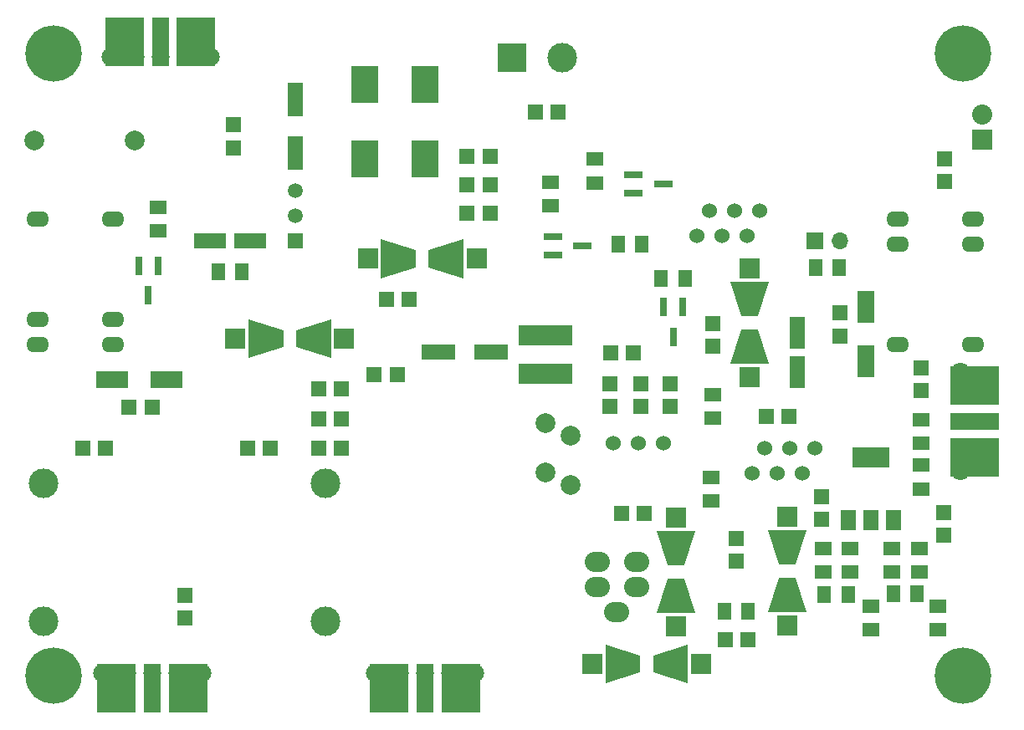
<source format=gts>
G04 #@! TF.FileFunction,Soldermask,Top*
%FSLAX46Y46*%
G04 Gerber Fmt 4.6, Leading zero omitted, Abs format (unit mm)*
G04 Created by KiCad (PCBNEW 4.0.7-e2-6376~58~ubuntu14.04.1) date Sat Jan 12 07:03:05 2019*
%MOMM*%
%LPD*%
G01*
G04 APERTURE LIST*
%ADD10C,0.100000*%
%ADD11R,1.400000X1.700000*%
%ADD12R,1.700000X1.400000*%
%ADD13R,1.600000X1.600000*%
%ADD14C,5.700000*%
%ADD15R,1.699260X3.299460*%
%ADD16R,3.299460X1.699260*%
%ADD17R,2.032000X2.032000*%
%ADD18O,2.032000X2.032000*%
%ADD19C,1.524000*%
%ADD20R,3.500000X1.600000*%
%ADD21R,5.500000X2.150000*%
%ADD22R,1.600000X3.500000*%
%ADD23R,1.998980X1.998980*%
%ADD24O,2.300000X1.600000*%
%ADD25R,1.700000X1.700000*%
%ADD26O,1.700000X1.700000*%
%ADD27C,1.800000*%
%ADD28R,1.800000X5.000000*%
%ADD29R,3.960000X5.000000*%
%ADD30R,5.000000X1.800000*%
%ADD31R,5.000000X3.960000*%
%ADD32C,2.000000*%
%ADD33O,2.540000X2.032000*%
%ADD34C,1.520000*%
%ADD35R,1.520000X1.520000*%
%ADD36R,0.800000X1.900000*%
%ADD37R,3.800000X2.000000*%
%ADD38R,1.500000X2.000000*%
%ADD39R,1.900000X0.800000*%
%ADD40R,1.500000X3.200000*%
%ADD41R,3.200000X1.500000*%
%ADD42C,2.999740*%
%ADD43R,3.000000X3.000000*%
%ADD44C,3.000000*%
%ADD45C,1.998980*%
%ADD46R,2.700000X3.750000*%
G04 APERTURE END LIST*
D10*
D11*
X136100000Y-104700000D03*
X138500000Y-104700000D03*
D12*
X143850000Y-135500000D03*
X143850000Y-133100000D03*
D13*
X149100000Y-129500000D03*
X149100000Y-131800000D03*
X146750000Y-114850000D03*
X146750000Y-117150000D03*
X149200000Y-96000000D03*
X149200000Y-93700000D03*
X138550000Y-109300000D03*
X138550000Y-111600000D03*
X92650000Y-107900000D03*
X94950000Y-107900000D03*
X125700000Y-112650000D03*
X125700000Y-110350000D03*
X128100000Y-132150000D03*
X128100000Y-134450000D03*
X121400000Y-116450000D03*
X121400000Y-118750000D03*
X110050000Y-88900000D03*
X107750000Y-88900000D03*
D11*
X137000000Y-137800000D03*
X139400000Y-137800000D03*
D12*
X139600000Y-135500000D03*
X139600000Y-133100000D03*
D14*
X59000000Y-83000000D03*
X151000000Y-146000000D03*
X151000000Y-83000000D03*
D12*
X148450000Y-138950000D03*
X148450000Y-141350000D03*
D11*
X118500000Y-102300000D03*
X116100000Y-102300000D03*
D12*
X125750000Y-117550000D03*
X125750000Y-119950000D03*
X113800000Y-96100000D03*
X113800000Y-93700000D03*
D15*
X141200000Y-114150820D03*
X141200000Y-108649180D03*
D16*
X64949180Y-116000000D03*
X70450820Y-116000000D03*
D11*
X144000000Y-137750000D03*
X146400000Y-137750000D03*
D12*
X146600000Y-135500000D03*
X146600000Y-133100000D03*
D11*
X129300000Y-139500000D03*
X126900000Y-139500000D03*
D12*
X109250000Y-98450000D03*
X109250000Y-96050000D03*
D11*
X120500000Y-105800000D03*
X122900000Y-105800000D03*
D12*
X136900000Y-135500000D03*
X136900000Y-133100000D03*
X146750000Y-124700000D03*
X146750000Y-127100000D03*
D17*
X153000000Y-91700000D03*
D18*
X153000000Y-89160000D03*
D13*
X136750000Y-130150000D03*
X136750000Y-127850000D03*
X91450000Y-115500000D03*
X93750000Y-115500000D03*
X68950000Y-118800000D03*
X66650000Y-118800000D03*
X88150000Y-117000000D03*
X85850000Y-117000000D03*
X88150000Y-120000000D03*
X85850000Y-120000000D03*
X88150000Y-123000000D03*
X85850000Y-123000000D03*
X77200000Y-90250000D03*
X77200000Y-92550000D03*
D12*
X125500000Y-125900000D03*
X125500000Y-128300000D03*
X146750000Y-120100000D03*
X146750000Y-122500000D03*
X69600000Y-101000000D03*
X69600000Y-98600000D03*
D19*
X136000000Y-123000000D03*
X134730000Y-125540000D03*
X133460000Y-123000000D03*
X132190000Y-125540000D03*
X130920000Y-123000000D03*
X129650000Y-125540000D03*
D13*
X115300000Y-116450000D03*
X115300000Y-118750000D03*
X118400000Y-116450000D03*
X118400000Y-118750000D03*
D20*
X103300000Y-113200000D03*
X97900000Y-113200000D03*
D21*
X108800000Y-115425000D03*
X108800000Y-111575000D03*
D19*
X118160000Y-122500000D03*
X115620000Y-122500000D03*
X120700000Y-122500000D03*
D22*
X83450000Y-93100000D03*
X83450000Y-87700000D03*
D10*
G36*
X100463060Y-101850550D02*
X100463060Y-105749450D01*
X96962940Y-104649630D01*
X96962940Y-102950370D01*
X100463060Y-101850550D01*
X100463060Y-101850550D01*
G37*
G36*
X92136940Y-105749450D02*
X92136940Y-101850550D01*
X95637060Y-102950370D01*
X95637060Y-104649630D01*
X92136940Y-105749450D01*
X92136940Y-105749450D01*
G37*
D23*
X101801640Y-103800000D03*
X90798360Y-103800000D03*
D14*
X59000000Y-146000000D03*
D10*
G36*
X131349450Y-114463060D02*
X127450550Y-114463060D01*
X128550370Y-110962940D01*
X130249630Y-110962940D01*
X131349450Y-114463060D01*
X131349450Y-114463060D01*
G37*
G36*
X127450550Y-106136940D02*
X131349450Y-106136940D01*
X130249630Y-109637060D01*
X128550370Y-109637060D01*
X127450550Y-106136940D01*
X127450550Y-106136940D01*
G37*
D23*
X129400000Y-115801640D03*
X129400000Y-104798360D03*
D13*
X118750000Y-129600000D03*
X116450000Y-129600000D03*
X80900000Y-123000000D03*
X78600000Y-123000000D03*
X72250000Y-140150000D03*
X72250000Y-137850000D03*
X61950000Y-123000000D03*
X64250000Y-123000000D03*
D24*
X65020000Y-99800000D03*
X65020000Y-109960000D03*
X57400000Y-99800000D03*
X57400000Y-109960000D03*
X65020000Y-112500000D03*
X57400000Y-112500000D03*
X144380000Y-112500000D03*
X144380000Y-102340000D03*
X152000000Y-112500000D03*
X152000000Y-102340000D03*
X144380000Y-99800000D03*
X152000000Y-99800000D03*
D25*
X136000000Y-102000000D03*
D26*
X138540000Y-102000000D03*
D19*
X124100000Y-101500000D03*
X125370000Y-98960000D03*
X126640000Y-101500000D03*
X127910000Y-98960000D03*
X129180000Y-101500000D03*
X130450000Y-98960000D03*
D27*
X101680000Y-145743000D03*
X91520000Y-145743000D03*
D28*
X96600000Y-147250000D03*
D29*
X92980000Y-147250000D03*
X100220000Y-147250000D03*
D27*
X99140000Y-145743000D03*
X94060000Y-145743000D03*
X96600000Y-145743000D03*
X74080000Y-145743000D03*
X63920000Y-145743000D03*
D28*
X69000000Y-147250000D03*
D29*
X65380000Y-147250000D03*
X72620000Y-147250000D03*
D27*
X71540000Y-145743000D03*
X66460000Y-145743000D03*
X69000000Y-145743000D03*
X64720000Y-83357000D03*
X74880000Y-83357000D03*
D28*
X69800000Y-81850000D03*
D29*
X73420000Y-81850000D03*
X66180000Y-81850000D03*
D27*
X67260000Y-83357000D03*
X72340000Y-83357000D03*
X69800000Y-83357000D03*
X150743000Y-115170000D03*
X150743000Y-125330000D03*
D30*
X152250000Y-120250000D03*
D31*
X152250000Y-123870000D03*
X152250000Y-116630000D03*
D27*
X150743000Y-117710000D03*
X150743000Y-122790000D03*
X150743000Y-120250000D03*
D32*
X111300000Y-126700000D03*
X108760000Y-125430000D03*
X111300000Y-121680000D03*
X108760000Y-120410000D03*
D33*
X114000000Y-137000000D03*
X114000000Y-134460000D03*
X116000000Y-139540000D03*
X118000000Y-137000000D03*
X118000000Y-134460000D03*
D34*
X83450000Y-99460000D03*
X83450000Y-96920000D03*
D35*
X83450000Y-102000000D03*
D36*
X122650000Y-108700000D03*
X120750000Y-108700000D03*
X121700000Y-111700000D03*
D37*
X141700000Y-123950000D03*
D38*
X141700000Y-130250000D03*
X144000000Y-130250000D03*
X139400000Y-130250000D03*
D39*
X109500000Y-101550000D03*
X109500000Y-103450000D03*
X112500000Y-102500000D03*
D36*
X69550000Y-104500000D03*
X67650000Y-104500000D03*
X68600000Y-107500000D03*
D40*
X134300000Y-115300000D03*
X134300000Y-111300000D03*
D13*
X131100000Y-119750000D03*
X133400000Y-119750000D03*
D39*
X117700000Y-95250000D03*
X117700000Y-97150000D03*
X120700000Y-96200000D03*
D13*
X129250000Y-142400000D03*
X126950000Y-142400000D03*
X115350000Y-113300000D03*
X117650000Y-113300000D03*
D41*
X78850000Y-102000000D03*
X74850000Y-102000000D03*
D42*
X86500000Y-140500000D03*
X86500000Y-126500000D03*
X58000000Y-126500000D03*
X58000000Y-140500000D03*
D43*
X105400000Y-83400000D03*
D44*
X110480000Y-83400000D03*
D45*
X67200000Y-91800000D03*
X57040000Y-91800000D03*
D46*
X96600000Y-86125000D03*
X96600000Y-93675000D03*
D13*
X100850000Y-93400000D03*
X103150000Y-93400000D03*
X100850000Y-96300000D03*
X103150000Y-96300000D03*
X100850000Y-99200000D03*
X103150000Y-99200000D03*
D12*
X141700000Y-138950000D03*
X141700000Y-141350000D03*
D11*
X75650000Y-105100000D03*
X78050000Y-105100000D03*
D10*
G36*
X135199450Y-139613060D02*
X131300550Y-139613060D01*
X132400370Y-136112940D01*
X134099630Y-136112940D01*
X135199450Y-139613060D01*
X135199450Y-139613060D01*
G37*
G36*
X131300550Y-131286940D02*
X135199450Y-131286940D01*
X134099630Y-134787060D01*
X132400370Y-134787060D01*
X131300550Y-131286940D01*
X131300550Y-131286940D01*
G37*
D23*
X133250000Y-140951640D03*
X133250000Y-129948360D03*
D10*
G36*
X123163060Y-142850550D02*
X123163060Y-146749450D01*
X119662940Y-145649630D01*
X119662940Y-143950370D01*
X123163060Y-142850550D01*
X123163060Y-142850550D01*
G37*
G36*
X114836940Y-146749450D02*
X114836940Y-142850550D01*
X118337060Y-143950370D01*
X118337060Y-145649630D01*
X114836940Y-146749450D01*
X114836940Y-146749450D01*
G37*
D23*
X124501640Y-144800000D03*
X113498360Y-144800000D03*
D10*
G36*
X120050550Y-131336940D02*
X123949450Y-131336940D01*
X122849630Y-134837060D01*
X121150370Y-134837060D01*
X120050550Y-131336940D01*
X120050550Y-131336940D01*
G37*
G36*
X123949450Y-139663060D02*
X120050550Y-139663060D01*
X121150370Y-136162940D01*
X122849630Y-136162940D01*
X123949450Y-139663060D01*
X123949450Y-139663060D01*
G37*
D23*
X122000000Y-129998360D03*
X122000000Y-141001640D03*
D10*
G36*
X87063060Y-109950550D02*
X87063060Y-113849450D01*
X83562940Y-112749630D01*
X83562940Y-111050370D01*
X87063060Y-109950550D01*
X87063060Y-109950550D01*
G37*
G36*
X78736940Y-113849450D02*
X78736940Y-109950550D01*
X82237060Y-111050370D01*
X82237060Y-112749630D01*
X78736940Y-113849450D01*
X78736940Y-113849450D01*
G37*
D23*
X88401640Y-111900000D03*
X77398360Y-111900000D03*
D46*
X90450000Y-86125000D03*
X90450000Y-93675000D03*
M02*

</source>
